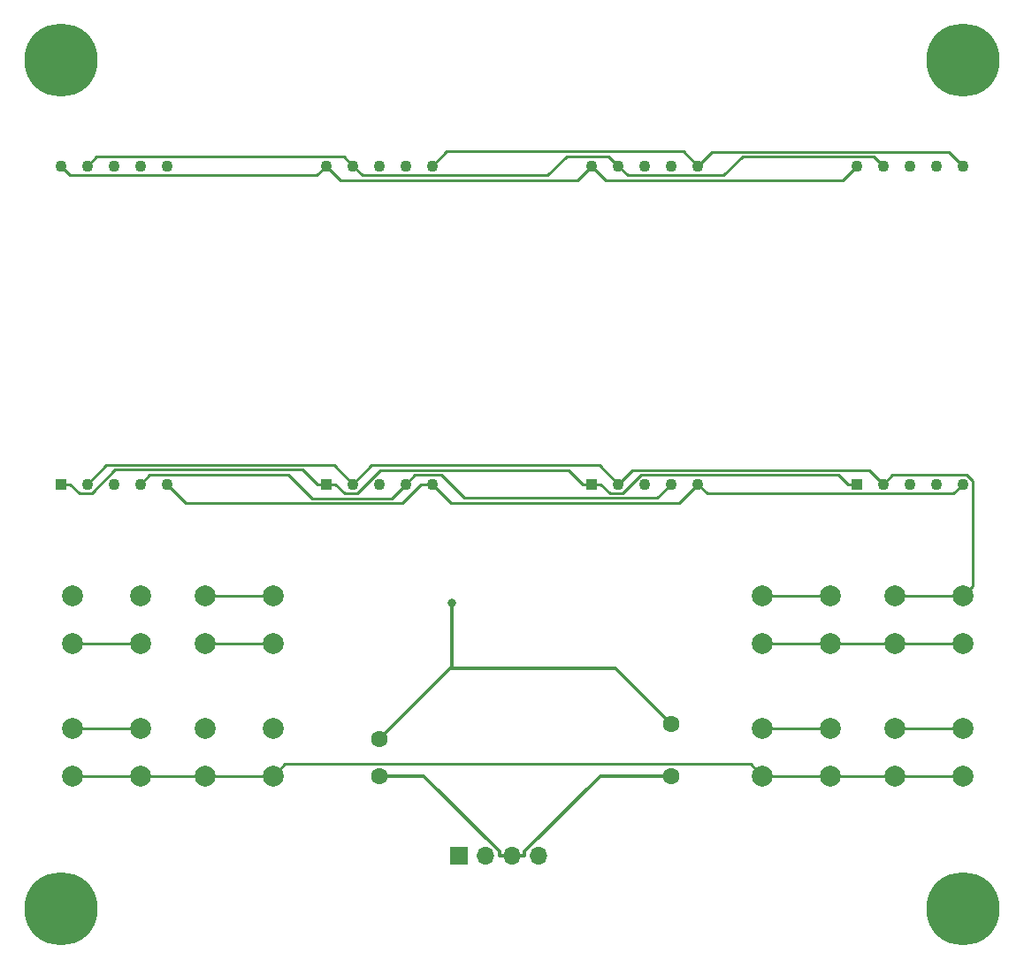
<source format=gtl>
G04 #@! TF.GenerationSoftware,KiCad,Pcbnew,5.1.5-5.1.5*
G04 #@! TF.CreationDate,2019-12-29T19:55:11+11:00*
G04 #@! TF.ProjectId,inchdigits,696e6368-6469-4676-9974-732e6b696361,rev?*
G04 #@! TF.SameCoordinates,Original*
G04 #@! TF.FileFunction,Copper,L1,Top*
G04 #@! TF.FilePolarity,Positive*
%FSLAX46Y46*%
G04 Gerber Fmt 4.6, Leading zero omitted, Abs format (unit mm)*
G04 Created by KiCad (PCBNEW 5.1.5-5.1.5) date 2019-12-29 19:55:11*
%MOMM*%
%LPD*%
G04 APERTURE LIST*
%ADD10C,1.600000*%
%ADD11C,7.000000*%
%ADD12C,2.000000*%
%ADD13O,1.700000X1.700000*%
%ADD14R,1.700000X1.700000*%
%ADD15R,1.100000X1.100000*%
%ADD16C,1.100000*%
%ADD17C,0.800000*%
%ADD18C,0.300000*%
%ADD19C,0.250000*%
G04 APERTURE END LIST*
D10*
X101600000Y-62540000D03*
X101600000Y-66040000D03*
X129540000Y-61040000D03*
X129540000Y-66040000D03*
D11*
X157480000Y-78740000D03*
X71120000Y-78740000D03*
X157480000Y2540000D03*
X71120000Y2540000D03*
D12*
X150980000Y-66040000D03*
X150980000Y-61540000D03*
X157480000Y-66040000D03*
X157480000Y-61540000D03*
X138280000Y-66040000D03*
X138280000Y-61540000D03*
X144780000Y-66040000D03*
X144780000Y-61540000D03*
X84940000Y-66040000D03*
X84940000Y-61540000D03*
X91440000Y-66040000D03*
X91440000Y-61540000D03*
X72240000Y-66040000D03*
X72240000Y-61540000D03*
X78740000Y-66040000D03*
X78740000Y-61540000D03*
X150980000Y-53340000D03*
X150980000Y-48840000D03*
X157480000Y-53340000D03*
X157480000Y-48840000D03*
X138280000Y-53340000D03*
X138280000Y-48840000D03*
X144780000Y-53340000D03*
X144780000Y-48840000D03*
X84940000Y-53340000D03*
X84940000Y-48840000D03*
X91440000Y-53340000D03*
X91440000Y-48840000D03*
X72240000Y-53340000D03*
X72240000Y-48840000D03*
X78740000Y-53340000D03*
X78740000Y-48840000D03*
D13*
X116840000Y-73660000D03*
X114300000Y-73660000D03*
X111760000Y-73660000D03*
D14*
X109220000Y-73660000D03*
D15*
X147320000Y-38100000D03*
D16*
X149860000Y-38100000D03*
X152400000Y-38100000D03*
X154940000Y-38100000D03*
X157480000Y-38100000D03*
X157480000Y-7620000D03*
X154940000Y-7620000D03*
X152400000Y-7620000D03*
X149860000Y-7620000D03*
X147320000Y-7620000D03*
D15*
X121920000Y-38100000D03*
D16*
X124460000Y-38100000D03*
X127000000Y-38100000D03*
X129540000Y-38100000D03*
X132080000Y-38100000D03*
X132080000Y-7620000D03*
X129540000Y-7620000D03*
X127000000Y-7620000D03*
X124460000Y-7620000D03*
X121920000Y-7620000D03*
D15*
X96520000Y-38100000D03*
D16*
X99060000Y-38100000D03*
X101600000Y-38100000D03*
X104140000Y-38100000D03*
X106680000Y-38100000D03*
X106680000Y-7620000D03*
X104140000Y-7620000D03*
X101600000Y-7620000D03*
X99060000Y-7620000D03*
X96520000Y-7620000D03*
D15*
X71120000Y-38100000D03*
D16*
X73660000Y-38100000D03*
X76200000Y-38100000D03*
X78740000Y-38100000D03*
X81280000Y-38100000D03*
X81280000Y-7620000D03*
X78740000Y-7620000D03*
X76200000Y-7620000D03*
X73660000Y-7620000D03*
X71120000Y-7620000D03*
D17*
X108585000Y-49519800D03*
D18*
X108585000Y-55749100D02*
X124249100Y-55749100D01*
X124249100Y-55749100D02*
X129540000Y-61040000D01*
X101600000Y-62540000D02*
X108390900Y-55749100D01*
X108390900Y-55749100D02*
X108585000Y-55749100D01*
X108585000Y-55749100D02*
X108585000Y-49519800D01*
X114300000Y-73660000D02*
X115500300Y-73660000D01*
X129540000Y-66040000D02*
X122747200Y-66040000D01*
X122747200Y-66040000D02*
X115500300Y-73286900D01*
X115500300Y-73286900D02*
X115500300Y-73660000D01*
X114300000Y-73660000D02*
X113099700Y-73660000D01*
X113099700Y-73660000D02*
X113099700Y-73284900D01*
X113099700Y-73284900D02*
X105854800Y-66040000D01*
X105854800Y-66040000D02*
X101600000Y-66040000D01*
D19*
X96520000Y-38100000D02*
X95644700Y-38100000D01*
X71120000Y-38100000D02*
X71995300Y-38100000D01*
X71995300Y-38100000D02*
X72876800Y-38981500D01*
X72876800Y-38981500D02*
X74080400Y-38981500D01*
X74080400Y-38981500D02*
X76324300Y-36737600D01*
X76324300Y-36737600D02*
X94282300Y-36737600D01*
X94282300Y-36737600D02*
X95644700Y-38100000D01*
X122795300Y-38100000D02*
X123684000Y-38988700D01*
X123684000Y-38988700D02*
X124873200Y-38988700D01*
X124873200Y-38988700D02*
X126637200Y-37224700D01*
X126637200Y-37224700D02*
X145569400Y-37224700D01*
X145569400Y-37224700D02*
X146444700Y-38100000D01*
X121920000Y-38100000D02*
X122795300Y-38100000D01*
X121482400Y-38100000D02*
X121920000Y-38100000D01*
X147320000Y-38100000D02*
X146444700Y-38100000D01*
X121482400Y-38100000D02*
X121044700Y-38100000D01*
X96520000Y-38100000D02*
X97395300Y-38100000D01*
X121044700Y-38100000D02*
X119708200Y-36763500D01*
X119708200Y-36763500D02*
X101698400Y-36763500D01*
X101698400Y-36763500D02*
X99486600Y-38975300D01*
X99486600Y-38975300D02*
X98270600Y-38975300D01*
X98270600Y-38975300D02*
X97395300Y-38100000D01*
X149860000Y-38100000D02*
X148517100Y-36757100D01*
X148517100Y-36757100D02*
X125802900Y-36757100D01*
X125802900Y-36757100D02*
X124460000Y-38100000D01*
X99060000Y-38100000D02*
X100848500Y-36311500D01*
X100848500Y-36311500D02*
X122671500Y-36311500D01*
X122671500Y-36311500D02*
X124460000Y-38100000D01*
X149860000Y-38100000D02*
X150740000Y-37220000D01*
X150740000Y-37220000D02*
X157843000Y-37220000D01*
X157843000Y-37220000D02*
X158424200Y-37801200D01*
X158424200Y-37801200D02*
X158424200Y-47895800D01*
X158424200Y-47895800D02*
X157480000Y-48840000D01*
X99060000Y-38100000D02*
X97247200Y-36287200D01*
X97247200Y-36287200D02*
X75472800Y-36287200D01*
X75472800Y-36287200D02*
X73660000Y-38100000D01*
X157480000Y-61540000D02*
X150980000Y-61540000D01*
X157480000Y-48840000D02*
X150980000Y-48840000D01*
X78740000Y-38100000D02*
X79631300Y-37208700D01*
X79631300Y-37208700D02*
X92894800Y-37208700D01*
X92894800Y-37208700D02*
X95162700Y-39476600D01*
X95162700Y-39476600D02*
X102763400Y-39476600D01*
X102763400Y-39476600D02*
X104140000Y-38100000D01*
X104140000Y-38100000D02*
X105015300Y-37224700D01*
X105015300Y-37224700D02*
X107511300Y-37224700D01*
X107511300Y-37224700D02*
X109725700Y-39439100D01*
X109725700Y-39439100D02*
X128200900Y-39439100D01*
X128200900Y-39439100D02*
X129540000Y-38100000D01*
X144780000Y-61540000D02*
X138280000Y-61540000D01*
X144780000Y-48840000D02*
X138280000Y-48840000D01*
X106680000Y-38100000D02*
X105593900Y-38100000D01*
X105593900Y-38100000D02*
X103767000Y-39926900D01*
X103767000Y-39926900D02*
X83106900Y-39926900D01*
X83106900Y-39926900D02*
X81280000Y-38100000D01*
X106680000Y-38100000D02*
X108469400Y-39889400D01*
X108469400Y-39889400D02*
X130290600Y-39889400D01*
X130290600Y-39889400D02*
X132080000Y-38100000D01*
X132080000Y-38100000D02*
X132997800Y-39017800D01*
X132997800Y-39017800D02*
X156562200Y-39017800D01*
X156562200Y-39017800D02*
X157480000Y-38100000D01*
X84940000Y-48840000D02*
X91440000Y-48840000D01*
X157480000Y-7620000D02*
X156132800Y-6272800D01*
X156132800Y-6272800D02*
X133427200Y-6272800D01*
X133427200Y-6272800D02*
X132080000Y-7620000D01*
X132080000Y-7620000D02*
X130712900Y-6252900D01*
X130712900Y-6252900D02*
X108047100Y-6252900D01*
X108047100Y-6252900D02*
X106680000Y-7620000D01*
X78740000Y-61540000D02*
X72240000Y-61540000D01*
X73660000Y-7620000D02*
X74536300Y-6743700D01*
X74536300Y-6743700D02*
X98183700Y-6743700D01*
X98183700Y-6743700D02*
X99060000Y-7620000D01*
X149860000Y-7620000D02*
X148964400Y-6724400D01*
X148964400Y-6724400D02*
X136373900Y-6724400D01*
X136373900Y-6724400D02*
X134563200Y-8535100D01*
X134563200Y-8535100D02*
X125375100Y-8535100D01*
X125375100Y-8535100D02*
X124460000Y-7620000D01*
X99060000Y-7620000D02*
X99970700Y-8530700D01*
X99970700Y-8530700D02*
X117703300Y-8530700D01*
X117703300Y-8530700D02*
X119530700Y-6703300D01*
X119530700Y-6703300D02*
X123543300Y-6703300D01*
X123543300Y-6703300D02*
X124460000Y-7620000D01*
X71120000Y-7620000D02*
X72005500Y-8505500D01*
X72005500Y-8505500D02*
X95634500Y-8505500D01*
X95634500Y-8505500D02*
X96520000Y-7620000D01*
X96520000Y-7620000D02*
X97882000Y-8982000D01*
X97882000Y-8982000D02*
X120558000Y-8982000D01*
X120558000Y-8982000D02*
X121920000Y-7620000D01*
X121920000Y-7620000D02*
X123285500Y-8985500D01*
X123285500Y-8985500D02*
X145954500Y-8985500D01*
X145954500Y-8985500D02*
X147320000Y-7620000D01*
X91440000Y-53340000D02*
X84940000Y-53340000D01*
X144780000Y-53340000D02*
X138280000Y-53340000D01*
X78740000Y-53340000D02*
X72240000Y-53340000D01*
X157480000Y-53340000D02*
X150980000Y-53340000D01*
X144780000Y-53340000D02*
X150980000Y-53340000D01*
X91440000Y-66040000D02*
X92565400Y-64914600D01*
X92565400Y-64914600D02*
X137154600Y-64914600D01*
X137154600Y-64914600D02*
X138280000Y-66040000D01*
X84940000Y-66040000D02*
X91440000Y-66040000D01*
X144780000Y-66040000D02*
X138280000Y-66040000D01*
X150980000Y-66040000D02*
X144780000Y-66040000D01*
X157480000Y-66040000D02*
X150980000Y-66040000D01*
X72240000Y-66040000D02*
X78740000Y-66040000D01*
X78740000Y-66040000D02*
X84940000Y-66040000D01*
M02*

</source>
